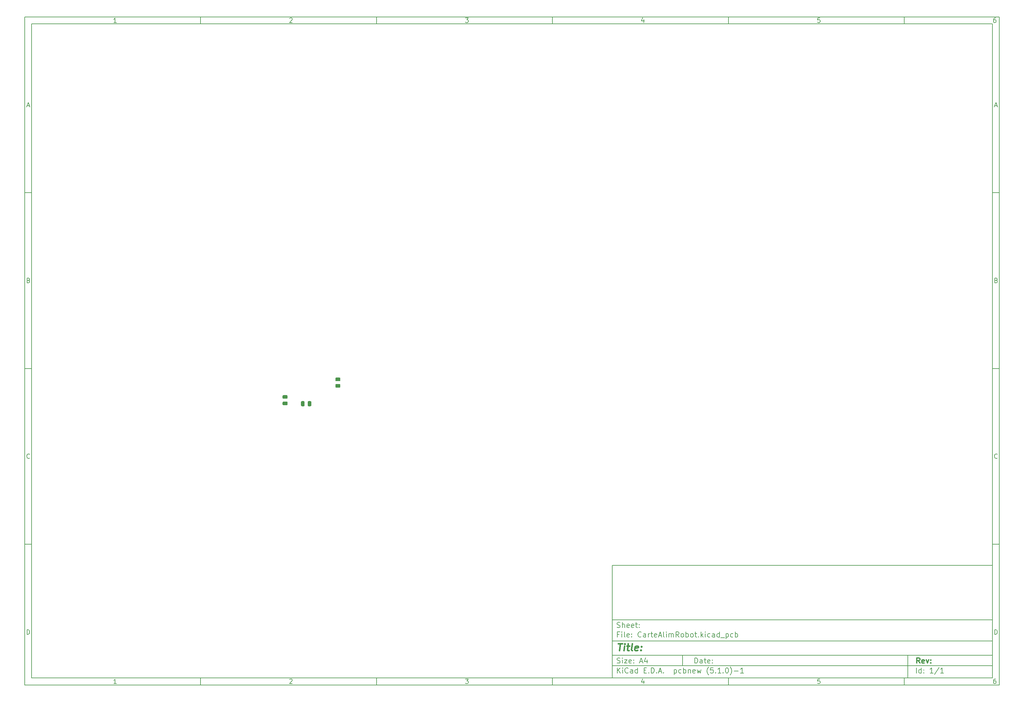
<source format=gtp>
G04 #@! TF.GenerationSoftware,KiCad,Pcbnew,(5.1.0)-1*
G04 #@! TF.CreationDate,2021-10-29T22:54:01+02:00*
G04 #@! TF.ProjectId,CarteAlimRobot,43617274-6541-46c6-996d-526f626f742e,rev?*
G04 #@! TF.SameCoordinates,Original*
G04 #@! TF.FileFunction,Paste,Top*
G04 #@! TF.FilePolarity,Positive*
%FSLAX46Y46*%
G04 Gerber Fmt 4.6, Leading zero omitted, Abs format (unit mm)*
G04 Created by KiCad (PCBNEW (5.1.0)-1) date 2021-10-29 22:54:01*
%MOMM*%
%LPD*%
G04 APERTURE LIST*
%ADD10C,0.100000*%
%ADD11C,0.150000*%
%ADD12C,0.300000*%
%ADD13C,0.400000*%
%ADD14C,1.000000*%
%ADD15C,1.025000*%
G04 APERTURE END LIST*
D10*
D11*
X177002200Y-166007200D02*
X177002200Y-198007200D01*
X285002200Y-198007200D01*
X285002200Y-166007200D01*
X177002200Y-166007200D01*
D10*
D11*
X10000000Y-10000000D02*
X10000000Y-200007200D01*
X287002200Y-200007200D01*
X287002200Y-10000000D01*
X10000000Y-10000000D01*
D10*
D11*
X12000000Y-12000000D02*
X12000000Y-198007200D01*
X285002200Y-198007200D01*
X285002200Y-12000000D01*
X12000000Y-12000000D01*
D10*
D11*
X60000000Y-12000000D02*
X60000000Y-10000000D01*
D10*
D11*
X110000000Y-12000000D02*
X110000000Y-10000000D01*
D10*
D11*
X160000000Y-12000000D02*
X160000000Y-10000000D01*
D10*
D11*
X210000000Y-12000000D02*
X210000000Y-10000000D01*
D10*
D11*
X260000000Y-12000000D02*
X260000000Y-10000000D01*
D10*
D11*
X36065476Y-11588095D02*
X35322619Y-11588095D01*
X35694047Y-11588095D02*
X35694047Y-10288095D01*
X35570238Y-10473809D01*
X35446428Y-10597619D01*
X35322619Y-10659523D01*
D10*
D11*
X85322619Y-10411904D02*
X85384523Y-10350000D01*
X85508333Y-10288095D01*
X85817857Y-10288095D01*
X85941666Y-10350000D01*
X86003571Y-10411904D01*
X86065476Y-10535714D01*
X86065476Y-10659523D01*
X86003571Y-10845238D01*
X85260714Y-11588095D01*
X86065476Y-11588095D01*
D10*
D11*
X135260714Y-10288095D02*
X136065476Y-10288095D01*
X135632142Y-10783333D01*
X135817857Y-10783333D01*
X135941666Y-10845238D01*
X136003571Y-10907142D01*
X136065476Y-11030952D01*
X136065476Y-11340476D01*
X136003571Y-11464285D01*
X135941666Y-11526190D01*
X135817857Y-11588095D01*
X135446428Y-11588095D01*
X135322619Y-11526190D01*
X135260714Y-11464285D01*
D10*
D11*
X185941666Y-10721428D02*
X185941666Y-11588095D01*
X185632142Y-10226190D02*
X185322619Y-11154761D01*
X186127380Y-11154761D01*
D10*
D11*
X236003571Y-10288095D02*
X235384523Y-10288095D01*
X235322619Y-10907142D01*
X235384523Y-10845238D01*
X235508333Y-10783333D01*
X235817857Y-10783333D01*
X235941666Y-10845238D01*
X236003571Y-10907142D01*
X236065476Y-11030952D01*
X236065476Y-11340476D01*
X236003571Y-11464285D01*
X235941666Y-11526190D01*
X235817857Y-11588095D01*
X235508333Y-11588095D01*
X235384523Y-11526190D01*
X235322619Y-11464285D01*
D10*
D11*
X285941666Y-10288095D02*
X285694047Y-10288095D01*
X285570238Y-10350000D01*
X285508333Y-10411904D01*
X285384523Y-10597619D01*
X285322619Y-10845238D01*
X285322619Y-11340476D01*
X285384523Y-11464285D01*
X285446428Y-11526190D01*
X285570238Y-11588095D01*
X285817857Y-11588095D01*
X285941666Y-11526190D01*
X286003571Y-11464285D01*
X286065476Y-11340476D01*
X286065476Y-11030952D01*
X286003571Y-10907142D01*
X285941666Y-10845238D01*
X285817857Y-10783333D01*
X285570238Y-10783333D01*
X285446428Y-10845238D01*
X285384523Y-10907142D01*
X285322619Y-11030952D01*
D10*
D11*
X60000000Y-198007200D02*
X60000000Y-200007200D01*
D10*
D11*
X110000000Y-198007200D02*
X110000000Y-200007200D01*
D10*
D11*
X160000000Y-198007200D02*
X160000000Y-200007200D01*
D10*
D11*
X210000000Y-198007200D02*
X210000000Y-200007200D01*
D10*
D11*
X260000000Y-198007200D02*
X260000000Y-200007200D01*
D10*
D11*
X36065476Y-199595295D02*
X35322619Y-199595295D01*
X35694047Y-199595295D02*
X35694047Y-198295295D01*
X35570238Y-198481009D01*
X35446428Y-198604819D01*
X35322619Y-198666723D01*
D10*
D11*
X85322619Y-198419104D02*
X85384523Y-198357200D01*
X85508333Y-198295295D01*
X85817857Y-198295295D01*
X85941666Y-198357200D01*
X86003571Y-198419104D01*
X86065476Y-198542914D01*
X86065476Y-198666723D01*
X86003571Y-198852438D01*
X85260714Y-199595295D01*
X86065476Y-199595295D01*
D10*
D11*
X135260714Y-198295295D02*
X136065476Y-198295295D01*
X135632142Y-198790533D01*
X135817857Y-198790533D01*
X135941666Y-198852438D01*
X136003571Y-198914342D01*
X136065476Y-199038152D01*
X136065476Y-199347676D01*
X136003571Y-199471485D01*
X135941666Y-199533390D01*
X135817857Y-199595295D01*
X135446428Y-199595295D01*
X135322619Y-199533390D01*
X135260714Y-199471485D01*
D10*
D11*
X185941666Y-198728628D02*
X185941666Y-199595295D01*
X185632142Y-198233390D02*
X185322619Y-199161961D01*
X186127380Y-199161961D01*
D10*
D11*
X236003571Y-198295295D02*
X235384523Y-198295295D01*
X235322619Y-198914342D01*
X235384523Y-198852438D01*
X235508333Y-198790533D01*
X235817857Y-198790533D01*
X235941666Y-198852438D01*
X236003571Y-198914342D01*
X236065476Y-199038152D01*
X236065476Y-199347676D01*
X236003571Y-199471485D01*
X235941666Y-199533390D01*
X235817857Y-199595295D01*
X235508333Y-199595295D01*
X235384523Y-199533390D01*
X235322619Y-199471485D01*
D10*
D11*
X285941666Y-198295295D02*
X285694047Y-198295295D01*
X285570238Y-198357200D01*
X285508333Y-198419104D01*
X285384523Y-198604819D01*
X285322619Y-198852438D01*
X285322619Y-199347676D01*
X285384523Y-199471485D01*
X285446428Y-199533390D01*
X285570238Y-199595295D01*
X285817857Y-199595295D01*
X285941666Y-199533390D01*
X286003571Y-199471485D01*
X286065476Y-199347676D01*
X286065476Y-199038152D01*
X286003571Y-198914342D01*
X285941666Y-198852438D01*
X285817857Y-198790533D01*
X285570238Y-198790533D01*
X285446428Y-198852438D01*
X285384523Y-198914342D01*
X285322619Y-199038152D01*
D10*
D11*
X10000000Y-60000000D02*
X12000000Y-60000000D01*
D10*
D11*
X10000000Y-110000000D02*
X12000000Y-110000000D01*
D10*
D11*
X10000000Y-160000000D02*
X12000000Y-160000000D01*
D10*
D11*
X10690476Y-35216666D02*
X11309523Y-35216666D01*
X10566666Y-35588095D02*
X11000000Y-34288095D01*
X11433333Y-35588095D01*
D10*
D11*
X11092857Y-84907142D02*
X11278571Y-84969047D01*
X11340476Y-85030952D01*
X11402380Y-85154761D01*
X11402380Y-85340476D01*
X11340476Y-85464285D01*
X11278571Y-85526190D01*
X11154761Y-85588095D01*
X10659523Y-85588095D01*
X10659523Y-84288095D01*
X11092857Y-84288095D01*
X11216666Y-84350000D01*
X11278571Y-84411904D01*
X11340476Y-84535714D01*
X11340476Y-84659523D01*
X11278571Y-84783333D01*
X11216666Y-84845238D01*
X11092857Y-84907142D01*
X10659523Y-84907142D01*
D10*
D11*
X11402380Y-135464285D02*
X11340476Y-135526190D01*
X11154761Y-135588095D01*
X11030952Y-135588095D01*
X10845238Y-135526190D01*
X10721428Y-135402380D01*
X10659523Y-135278571D01*
X10597619Y-135030952D01*
X10597619Y-134845238D01*
X10659523Y-134597619D01*
X10721428Y-134473809D01*
X10845238Y-134350000D01*
X11030952Y-134288095D01*
X11154761Y-134288095D01*
X11340476Y-134350000D01*
X11402380Y-134411904D01*
D10*
D11*
X10659523Y-185588095D02*
X10659523Y-184288095D01*
X10969047Y-184288095D01*
X11154761Y-184350000D01*
X11278571Y-184473809D01*
X11340476Y-184597619D01*
X11402380Y-184845238D01*
X11402380Y-185030952D01*
X11340476Y-185278571D01*
X11278571Y-185402380D01*
X11154761Y-185526190D01*
X10969047Y-185588095D01*
X10659523Y-185588095D01*
D10*
D11*
X287002200Y-60000000D02*
X285002200Y-60000000D01*
D10*
D11*
X287002200Y-110000000D02*
X285002200Y-110000000D01*
D10*
D11*
X287002200Y-160000000D02*
X285002200Y-160000000D01*
D10*
D11*
X285692676Y-35216666D02*
X286311723Y-35216666D01*
X285568866Y-35588095D02*
X286002200Y-34288095D01*
X286435533Y-35588095D01*
D10*
D11*
X286095057Y-84907142D02*
X286280771Y-84969047D01*
X286342676Y-85030952D01*
X286404580Y-85154761D01*
X286404580Y-85340476D01*
X286342676Y-85464285D01*
X286280771Y-85526190D01*
X286156961Y-85588095D01*
X285661723Y-85588095D01*
X285661723Y-84288095D01*
X286095057Y-84288095D01*
X286218866Y-84350000D01*
X286280771Y-84411904D01*
X286342676Y-84535714D01*
X286342676Y-84659523D01*
X286280771Y-84783333D01*
X286218866Y-84845238D01*
X286095057Y-84907142D01*
X285661723Y-84907142D01*
D10*
D11*
X286404580Y-135464285D02*
X286342676Y-135526190D01*
X286156961Y-135588095D01*
X286033152Y-135588095D01*
X285847438Y-135526190D01*
X285723628Y-135402380D01*
X285661723Y-135278571D01*
X285599819Y-135030952D01*
X285599819Y-134845238D01*
X285661723Y-134597619D01*
X285723628Y-134473809D01*
X285847438Y-134350000D01*
X286033152Y-134288095D01*
X286156961Y-134288095D01*
X286342676Y-134350000D01*
X286404580Y-134411904D01*
D10*
D11*
X285661723Y-185588095D02*
X285661723Y-184288095D01*
X285971247Y-184288095D01*
X286156961Y-184350000D01*
X286280771Y-184473809D01*
X286342676Y-184597619D01*
X286404580Y-184845238D01*
X286404580Y-185030952D01*
X286342676Y-185278571D01*
X286280771Y-185402380D01*
X286156961Y-185526190D01*
X285971247Y-185588095D01*
X285661723Y-185588095D01*
D10*
D11*
X200434342Y-193785771D02*
X200434342Y-192285771D01*
X200791485Y-192285771D01*
X201005771Y-192357200D01*
X201148628Y-192500057D01*
X201220057Y-192642914D01*
X201291485Y-192928628D01*
X201291485Y-193142914D01*
X201220057Y-193428628D01*
X201148628Y-193571485D01*
X201005771Y-193714342D01*
X200791485Y-193785771D01*
X200434342Y-193785771D01*
X202577200Y-193785771D02*
X202577200Y-193000057D01*
X202505771Y-192857200D01*
X202362914Y-192785771D01*
X202077200Y-192785771D01*
X201934342Y-192857200D01*
X202577200Y-193714342D02*
X202434342Y-193785771D01*
X202077200Y-193785771D01*
X201934342Y-193714342D01*
X201862914Y-193571485D01*
X201862914Y-193428628D01*
X201934342Y-193285771D01*
X202077200Y-193214342D01*
X202434342Y-193214342D01*
X202577200Y-193142914D01*
X203077200Y-192785771D02*
X203648628Y-192785771D01*
X203291485Y-192285771D02*
X203291485Y-193571485D01*
X203362914Y-193714342D01*
X203505771Y-193785771D01*
X203648628Y-193785771D01*
X204720057Y-193714342D02*
X204577200Y-193785771D01*
X204291485Y-193785771D01*
X204148628Y-193714342D01*
X204077200Y-193571485D01*
X204077200Y-193000057D01*
X204148628Y-192857200D01*
X204291485Y-192785771D01*
X204577200Y-192785771D01*
X204720057Y-192857200D01*
X204791485Y-193000057D01*
X204791485Y-193142914D01*
X204077200Y-193285771D01*
X205434342Y-193642914D02*
X205505771Y-193714342D01*
X205434342Y-193785771D01*
X205362914Y-193714342D01*
X205434342Y-193642914D01*
X205434342Y-193785771D01*
X205434342Y-192857200D02*
X205505771Y-192928628D01*
X205434342Y-193000057D01*
X205362914Y-192928628D01*
X205434342Y-192857200D01*
X205434342Y-193000057D01*
D10*
D11*
X177002200Y-194507200D02*
X285002200Y-194507200D01*
D10*
D11*
X178434342Y-196585771D02*
X178434342Y-195085771D01*
X179291485Y-196585771D02*
X178648628Y-195728628D01*
X179291485Y-195085771D02*
X178434342Y-195942914D01*
X179934342Y-196585771D02*
X179934342Y-195585771D01*
X179934342Y-195085771D02*
X179862914Y-195157200D01*
X179934342Y-195228628D01*
X180005771Y-195157200D01*
X179934342Y-195085771D01*
X179934342Y-195228628D01*
X181505771Y-196442914D02*
X181434342Y-196514342D01*
X181220057Y-196585771D01*
X181077200Y-196585771D01*
X180862914Y-196514342D01*
X180720057Y-196371485D01*
X180648628Y-196228628D01*
X180577200Y-195942914D01*
X180577200Y-195728628D01*
X180648628Y-195442914D01*
X180720057Y-195300057D01*
X180862914Y-195157200D01*
X181077200Y-195085771D01*
X181220057Y-195085771D01*
X181434342Y-195157200D01*
X181505771Y-195228628D01*
X182791485Y-196585771D02*
X182791485Y-195800057D01*
X182720057Y-195657200D01*
X182577200Y-195585771D01*
X182291485Y-195585771D01*
X182148628Y-195657200D01*
X182791485Y-196514342D02*
X182648628Y-196585771D01*
X182291485Y-196585771D01*
X182148628Y-196514342D01*
X182077200Y-196371485D01*
X182077200Y-196228628D01*
X182148628Y-196085771D01*
X182291485Y-196014342D01*
X182648628Y-196014342D01*
X182791485Y-195942914D01*
X184148628Y-196585771D02*
X184148628Y-195085771D01*
X184148628Y-196514342D02*
X184005771Y-196585771D01*
X183720057Y-196585771D01*
X183577200Y-196514342D01*
X183505771Y-196442914D01*
X183434342Y-196300057D01*
X183434342Y-195871485D01*
X183505771Y-195728628D01*
X183577200Y-195657200D01*
X183720057Y-195585771D01*
X184005771Y-195585771D01*
X184148628Y-195657200D01*
X186005771Y-195800057D02*
X186505771Y-195800057D01*
X186720057Y-196585771D02*
X186005771Y-196585771D01*
X186005771Y-195085771D01*
X186720057Y-195085771D01*
X187362914Y-196442914D02*
X187434342Y-196514342D01*
X187362914Y-196585771D01*
X187291485Y-196514342D01*
X187362914Y-196442914D01*
X187362914Y-196585771D01*
X188077200Y-196585771D02*
X188077200Y-195085771D01*
X188434342Y-195085771D01*
X188648628Y-195157200D01*
X188791485Y-195300057D01*
X188862914Y-195442914D01*
X188934342Y-195728628D01*
X188934342Y-195942914D01*
X188862914Y-196228628D01*
X188791485Y-196371485D01*
X188648628Y-196514342D01*
X188434342Y-196585771D01*
X188077200Y-196585771D01*
X189577200Y-196442914D02*
X189648628Y-196514342D01*
X189577200Y-196585771D01*
X189505771Y-196514342D01*
X189577200Y-196442914D01*
X189577200Y-196585771D01*
X190220057Y-196157200D02*
X190934342Y-196157200D01*
X190077200Y-196585771D02*
X190577200Y-195085771D01*
X191077200Y-196585771D01*
X191577200Y-196442914D02*
X191648628Y-196514342D01*
X191577200Y-196585771D01*
X191505771Y-196514342D01*
X191577200Y-196442914D01*
X191577200Y-196585771D01*
X194577200Y-195585771D02*
X194577200Y-197085771D01*
X194577200Y-195657200D02*
X194720057Y-195585771D01*
X195005771Y-195585771D01*
X195148628Y-195657200D01*
X195220057Y-195728628D01*
X195291485Y-195871485D01*
X195291485Y-196300057D01*
X195220057Y-196442914D01*
X195148628Y-196514342D01*
X195005771Y-196585771D01*
X194720057Y-196585771D01*
X194577200Y-196514342D01*
X196577200Y-196514342D02*
X196434342Y-196585771D01*
X196148628Y-196585771D01*
X196005771Y-196514342D01*
X195934342Y-196442914D01*
X195862914Y-196300057D01*
X195862914Y-195871485D01*
X195934342Y-195728628D01*
X196005771Y-195657200D01*
X196148628Y-195585771D01*
X196434342Y-195585771D01*
X196577200Y-195657200D01*
X197220057Y-196585771D02*
X197220057Y-195085771D01*
X197220057Y-195657200D02*
X197362914Y-195585771D01*
X197648628Y-195585771D01*
X197791485Y-195657200D01*
X197862914Y-195728628D01*
X197934342Y-195871485D01*
X197934342Y-196300057D01*
X197862914Y-196442914D01*
X197791485Y-196514342D01*
X197648628Y-196585771D01*
X197362914Y-196585771D01*
X197220057Y-196514342D01*
X198577200Y-195585771D02*
X198577200Y-196585771D01*
X198577200Y-195728628D02*
X198648628Y-195657200D01*
X198791485Y-195585771D01*
X199005771Y-195585771D01*
X199148628Y-195657200D01*
X199220057Y-195800057D01*
X199220057Y-196585771D01*
X200505771Y-196514342D02*
X200362914Y-196585771D01*
X200077200Y-196585771D01*
X199934342Y-196514342D01*
X199862914Y-196371485D01*
X199862914Y-195800057D01*
X199934342Y-195657200D01*
X200077200Y-195585771D01*
X200362914Y-195585771D01*
X200505771Y-195657200D01*
X200577200Y-195800057D01*
X200577200Y-195942914D01*
X199862914Y-196085771D01*
X201077200Y-195585771D02*
X201362914Y-196585771D01*
X201648628Y-195871485D01*
X201934342Y-196585771D01*
X202220057Y-195585771D01*
X204362914Y-197157200D02*
X204291485Y-197085771D01*
X204148628Y-196871485D01*
X204077200Y-196728628D01*
X204005771Y-196514342D01*
X203934342Y-196157200D01*
X203934342Y-195871485D01*
X204005771Y-195514342D01*
X204077200Y-195300057D01*
X204148628Y-195157200D01*
X204291485Y-194942914D01*
X204362914Y-194871485D01*
X205648628Y-195085771D02*
X204934342Y-195085771D01*
X204862914Y-195800057D01*
X204934342Y-195728628D01*
X205077200Y-195657200D01*
X205434342Y-195657200D01*
X205577200Y-195728628D01*
X205648628Y-195800057D01*
X205720057Y-195942914D01*
X205720057Y-196300057D01*
X205648628Y-196442914D01*
X205577200Y-196514342D01*
X205434342Y-196585771D01*
X205077200Y-196585771D01*
X204934342Y-196514342D01*
X204862914Y-196442914D01*
X206362914Y-196442914D02*
X206434342Y-196514342D01*
X206362914Y-196585771D01*
X206291485Y-196514342D01*
X206362914Y-196442914D01*
X206362914Y-196585771D01*
X207862914Y-196585771D02*
X207005771Y-196585771D01*
X207434342Y-196585771D02*
X207434342Y-195085771D01*
X207291485Y-195300057D01*
X207148628Y-195442914D01*
X207005771Y-195514342D01*
X208505771Y-196442914D02*
X208577200Y-196514342D01*
X208505771Y-196585771D01*
X208434342Y-196514342D01*
X208505771Y-196442914D01*
X208505771Y-196585771D01*
X209505771Y-195085771D02*
X209648628Y-195085771D01*
X209791485Y-195157200D01*
X209862914Y-195228628D01*
X209934342Y-195371485D01*
X210005771Y-195657200D01*
X210005771Y-196014342D01*
X209934342Y-196300057D01*
X209862914Y-196442914D01*
X209791485Y-196514342D01*
X209648628Y-196585771D01*
X209505771Y-196585771D01*
X209362914Y-196514342D01*
X209291485Y-196442914D01*
X209220057Y-196300057D01*
X209148628Y-196014342D01*
X209148628Y-195657200D01*
X209220057Y-195371485D01*
X209291485Y-195228628D01*
X209362914Y-195157200D01*
X209505771Y-195085771D01*
X210505771Y-197157200D02*
X210577200Y-197085771D01*
X210720057Y-196871485D01*
X210791485Y-196728628D01*
X210862914Y-196514342D01*
X210934342Y-196157200D01*
X210934342Y-195871485D01*
X210862914Y-195514342D01*
X210791485Y-195300057D01*
X210720057Y-195157200D01*
X210577200Y-194942914D01*
X210505771Y-194871485D01*
X211648628Y-196014342D02*
X212791485Y-196014342D01*
X214291485Y-196585771D02*
X213434342Y-196585771D01*
X213862914Y-196585771D02*
X213862914Y-195085771D01*
X213720057Y-195300057D01*
X213577200Y-195442914D01*
X213434342Y-195514342D01*
D10*
D11*
X177002200Y-191507200D02*
X285002200Y-191507200D01*
D10*
D12*
X264411485Y-193785771D02*
X263911485Y-193071485D01*
X263554342Y-193785771D02*
X263554342Y-192285771D01*
X264125771Y-192285771D01*
X264268628Y-192357200D01*
X264340057Y-192428628D01*
X264411485Y-192571485D01*
X264411485Y-192785771D01*
X264340057Y-192928628D01*
X264268628Y-193000057D01*
X264125771Y-193071485D01*
X263554342Y-193071485D01*
X265625771Y-193714342D02*
X265482914Y-193785771D01*
X265197200Y-193785771D01*
X265054342Y-193714342D01*
X264982914Y-193571485D01*
X264982914Y-193000057D01*
X265054342Y-192857200D01*
X265197200Y-192785771D01*
X265482914Y-192785771D01*
X265625771Y-192857200D01*
X265697200Y-193000057D01*
X265697200Y-193142914D01*
X264982914Y-193285771D01*
X266197200Y-192785771D02*
X266554342Y-193785771D01*
X266911485Y-192785771D01*
X267482914Y-193642914D02*
X267554342Y-193714342D01*
X267482914Y-193785771D01*
X267411485Y-193714342D01*
X267482914Y-193642914D01*
X267482914Y-193785771D01*
X267482914Y-192857200D02*
X267554342Y-192928628D01*
X267482914Y-193000057D01*
X267411485Y-192928628D01*
X267482914Y-192857200D01*
X267482914Y-193000057D01*
D10*
D11*
X178362914Y-193714342D02*
X178577200Y-193785771D01*
X178934342Y-193785771D01*
X179077200Y-193714342D01*
X179148628Y-193642914D01*
X179220057Y-193500057D01*
X179220057Y-193357200D01*
X179148628Y-193214342D01*
X179077200Y-193142914D01*
X178934342Y-193071485D01*
X178648628Y-193000057D01*
X178505771Y-192928628D01*
X178434342Y-192857200D01*
X178362914Y-192714342D01*
X178362914Y-192571485D01*
X178434342Y-192428628D01*
X178505771Y-192357200D01*
X178648628Y-192285771D01*
X179005771Y-192285771D01*
X179220057Y-192357200D01*
X179862914Y-193785771D02*
X179862914Y-192785771D01*
X179862914Y-192285771D02*
X179791485Y-192357200D01*
X179862914Y-192428628D01*
X179934342Y-192357200D01*
X179862914Y-192285771D01*
X179862914Y-192428628D01*
X180434342Y-192785771D02*
X181220057Y-192785771D01*
X180434342Y-193785771D01*
X181220057Y-193785771D01*
X182362914Y-193714342D02*
X182220057Y-193785771D01*
X181934342Y-193785771D01*
X181791485Y-193714342D01*
X181720057Y-193571485D01*
X181720057Y-193000057D01*
X181791485Y-192857200D01*
X181934342Y-192785771D01*
X182220057Y-192785771D01*
X182362914Y-192857200D01*
X182434342Y-193000057D01*
X182434342Y-193142914D01*
X181720057Y-193285771D01*
X183077200Y-193642914D02*
X183148628Y-193714342D01*
X183077200Y-193785771D01*
X183005771Y-193714342D01*
X183077200Y-193642914D01*
X183077200Y-193785771D01*
X183077200Y-192857200D02*
X183148628Y-192928628D01*
X183077200Y-193000057D01*
X183005771Y-192928628D01*
X183077200Y-192857200D01*
X183077200Y-193000057D01*
X184862914Y-193357200D02*
X185577200Y-193357200D01*
X184720057Y-193785771D02*
X185220057Y-192285771D01*
X185720057Y-193785771D01*
X186862914Y-192785771D02*
X186862914Y-193785771D01*
X186505771Y-192214342D02*
X186148628Y-193285771D01*
X187077200Y-193285771D01*
D10*
D11*
X263434342Y-196585771D02*
X263434342Y-195085771D01*
X264791485Y-196585771D02*
X264791485Y-195085771D01*
X264791485Y-196514342D02*
X264648628Y-196585771D01*
X264362914Y-196585771D01*
X264220057Y-196514342D01*
X264148628Y-196442914D01*
X264077200Y-196300057D01*
X264077200Y-195871485D01*
X264148628Y-195728628D01*
X264220057Y-195657200D01*
X264362914Y-195585771D01*
X264648628Y-195585771D01*
X264791485Y-195657200D01*
X265505771Y-196442914D02*
X265577200Y-196514342D01*
X265505771Y-196585771D01*
X265434342Y-196514342D01*
X265505771Y-196442914D01*
X265505771Y-196585771D01*
X265505771Y-195657200D02*
X265577200Y-195728628D01*
X265505771Y-195800057D01*
X265434342Y-195728628D01*
X265505771Y-195657200D01*
X265505771Y-195800057D01*
X268148628Y-196585771D02*
X267291485Y-196585771D01*
X267720057Y-196585771D02*
X267720057Y-195085771D01*
X267577200Y-195300057D01*
X267434342Y-195442914D01*
X267291485Y-195514342D01*
X269862914Y-195014342D02*
X268577200Y-196942914D01*
X271148628Y-196585771D02*
X270291485Y-196585771D01*
X270720057Y-196585771D02*
X270720057Y-195085771D01*
X270577200Y-195300057D01*
X270434342Y-195442914D01*
X270291485Y-195514342D01*
D10*
D11*
X177002200Y-187507200D02*
X285002200Y-187507200D01*
D10*
D13*
X178714580Y-188211961D02*
X179857438Y-188211961D01*
X179036009Y-190211961D02*
X179286009Y-188211961D01*
X180274104Y-190211961D02*
X180440771Y-188878628D01*
X180524104Y-188211961D02*
X180416961Y-188307200D01*
X180500295Y-188402438D01*
X180607438Y-188307200D01*
X180524104Y-188211961D01*
X180500295Y-188402438D01*
X181107438Y-188878628D02*
X181869342Y-188878628D01*
X181476485Y-188211961D02*
X181262200Y-189926247D01*
X181333628Y-190116723D01*
X181512200Y-190211961D01*
X181702676Y-190211961D01*
X182655057Y-190211961D02*
X182476485Y-190116723D01*
X182405057Y-189926247D01*
X182619342Y-188211961D01*
X184190771Y-190116723D02*
X183988390Y-190211961D01*
X183607438Y-190211961D01*
X183428866Y-190116723D01*
X183357438Y-189926247D01*
X183452676Y-189164342D01*
X183571723Y-188973866D01*
X183774104Y-188878628D01*
X184155057Y-188878628D01*
X184333628Y-188973866D01*
X184405057Y-189164342D01*
X184381247Y-189354819D01*
X183405057Y-189545295D01*
X185155057Y-190021485D02*
X185238390Y-190116723D01*
X185131247Y-190211961D01*
X185047914Y-190116723D01*
X185155057Y-190021485D01*
X185131247Y-190211961D01*
X185286009Y-188973866D02*
X185369342Y-189069104D01*
X185262200Y-189164342D01*
X185178866Y-189069104D01*
X185286009Y-188973866D01*
X185262200Y-189164342D01*
D10*
D11*
X178934342Y-185600057D02*
X178434342Y-185600057D01*
X178434342Y-186385771D02*
X178434342Y-184885771D01*
X179148628Y-184885771D01*
X179720057Y-186385771D02*
X179720057Y-185385771D01*
X179720057Y-184885771D02*
X179648628Y-184957200D01*
X179720057Y-185028628D01*
X179791485Y-184957200D01*
X179720057Y-184885771D01*
X179720057Y-185028628D01*
X180648628Y-186385771D02*
X180505771Y-186314342D01*
X180434342Y-186171485D01*
X180434342Y-184885771D01*
X181791485Y-186314342D02*
X181648628Y-186385771D01*
X181362914Y-186385771D01*
X181220057Y-186314342D01*
X181148628Y-186171485D01*
X181148628Y-185600057D01*
X181220057Y-185457200D01*
X181362914Y-185385771D01*
X181648628Y-185385771D01*
X181791485Y-185457200D01*
X181862914Y-185600057D01*
X181862914Y-185742914D01*
X181148628Y-185885771D01*
X182505771Y-186242914D02*
X182577200Y-186314342D01*
X182505771Y-186385771D01*
X182434342Y-186314342D01*
X182505771Y-186242914D01*
X182505771Y-186385771D01*
X182505771Y-185457200D02*
X182577200Y-185528628D01*
X182505771Y-185600057D01*
X182434342Y-185528628D01*
X182505771Y-185457200D01*
X182505771Y-185600057D01*
X185220057Y-186242914D02*
X185148628Y-186314342D01*
X184934342Y-186385771D01*
X184791485Y-186385771D01*
X184577200Y-186314342D01*
X184434342Y-186171485D01*
X184362914Y-186028628D01*
X184291485Y-185742914D01*
X184291485Y-185528628D01*
X184362914Y-185242914D01*
X184434342Y-185100057D01*
X184577200Y-184957200D01*
X184791485Y-184885771D01*
X184934342Y-184885771D01*
X185148628Y-184957200D01*
X185220057Y-185028628D01*
X186505771Y-186385771D02*
X186505771Y-185600057D01*
X186434342Y-185457200D01*
X186291485Y-185385771D01*
X186005771Y-185385771D01*
X185862914Y-185457200D01*
X186505771Y-186314342D02*
X186362914Y-186385771D01*
X186005771Y-186385771D01*
X185862914Y-186314342D01*
X185791485Y-186171485D01*
X185791485Y-186028628D01*
X185862914Y-185885771D01*
X186005771Y-185814342D01*
X186362914Y-185814342D01*
X186505771Y-185742914D01*
X187220057Y-186385771D02*
X187220057Y-185385771D01*
X187220057Y-185671485D02*
X187291485Y-185528628D01*
X187362914Y-185457200D01*
X187505771Y-185385771D01*
X187648628Y-185385771D01*
X187934342Y-185385771D02*
X188505771Y-185385771D01*
X188148628Y-184885771D02*
X188148628Y-186171485D01*
X188220057Y-186314342D01*
X188362914Y-186385771D01*
X188505771Y-186385771D01*
X189577200Y-186314342D02*
X189434342Y-186385771D01*
X189148628Y-186385771D01*
X189005771Y-186314342D01*
X188934342Y-186171485D01*
X188934342Y-185600057D01*
X189005771Y-185457200D01*
X189148628Y-185385771D01*
X189434342Y-185385771D01*
X189577200Y-185457200D01*
X189648628Y-185600057D01*
X189648628Y-185742914D01*
X188934342Y-185885771D01*
X190220057Y-185957200D02*
X190934342Y-185957200D01*
X190077200Y-186385771D02*
X190577200Y-184885771D01*
X191077200Y-186385771D01*
X191791485Y-186385771D02*
X191648628Y-186314342D01*
X191577200Y-186171485D01*
X191577200Y-184885771D01*
X192362914Y-186385771D02*
X192362914Y-185385771D01*
X192362914Y-184885771D02*
X192291485Y-184957200D01*
X192362914Y-185028628D01*
X192434342Y-184957200D01*
X192362914Y-184885771D01*
X192362914Y-185028628D01*
X193077200Y-186385771D02*
X193077200Y-185385771D01*
X193077200Y-185528628D02*
X193148628Y-185457200D01*
X193291485Y-185385771D01*
X193505771Y-185385771D01*
X193648628Y-185457200D01*
X193720057Y-185600057D01*
X193720057Y-186385771D01*
X193720057Y-185600057D02*
X193791485Y-185457200D01*
X193934342Y-185385771D01*
X194148628Y-185385771D01*
X194291485Y-185457200D01*
X194362914Y-185600057D01*
X194362914Y-186385771D01*
X195934342Y-186385771D02*
X195434342Y-185671485D01*
X195077200Y-186385771D02*
X195077200Y-184885771D01*
X195648628Y-184885771D01*
X195791485Y-184957200D01*
X195862914Y-185028628D01*
X195934342Y-185171485D01*
X195934342Y-185385771D01*
X195862914Y-185528628D01*
X195791485Y-185600057D01*
X195648628Y-185671485D01*
X195077200Y-185671485D01*
X196791485Y-186385771D02*
X196648628Y-186314342D01*
X196577200Y-186242914D01*
X196505771Y-186100057D01*
X196505771Y-185671485D01*
X196577200Y-185528628D01*
X196648628Y-185457200D01*
X196791485Y-185385771D01*
X197005771Y-185385771D01*
X197148628Y-185457200D01*
X197220057Y-185528628D01*
X197291485Y-185671485D01*
X197291485Y-186100057D01*
X197220057Y-186242914D01*
X197148628Y-186314342D01*
X197005771Y-186385771D01*
X196791485Y-186385771D01*
X197934342Y-186385771D02*
X197934342Y-184885771D01*
X197934342Y-185457200D02*
X198077200Y-185385771D01*
X198362914Y-185385771D01*
X198505771Y-185457200D01*
X198577200Y-185528628D01*
X198648628Y-185671485D01*
X198648628Y-186100057D01*
X198577200Y-186242914D01*
X198505771Y-186314342D01*
X198362914Y-186385771D01*
X198077200Y-186385771D01*
X197934342Y-186314342D01*
X199505771Y-186385771D02*
X199362914Y-186314342D01*
X199291485Y-186242914D01*
X199220057Y-186100057D01*
X199220057Y-185671485D01*
X199291485Y-185528628D01*
X199362914Y-185457200D01*
X199505771Y-185385771D01*
X199720057Y-185385771D01*
X199862914Y-185457200D01*
X199934342Y-185528628D01*
X200005771Y-185671485D01*
X200005771Y-186100057D01*
X199934342Y-186242914D01*
X199862914Y-186314342D01*
X199720057Y-186385771D01*
X199505771Y-186385771D01*
X200434342Y-185385771D02*
X201005771Y-185385771D01*
X200648628Y-184885771D02*
X200648628Y-186171485D01*
X200720057Y-186314342D01*
X200862914Y-186385771D01*
X201005771Y-186385771D01*
X201505771Y-186242914D02*
X201577200Y-186314342D01*
X201505771Y-186385771D01*
X201434342Y-186314342D01*
X201505771Y-186242914D01*
X201505771Y-186385771D01*
X202220057Y-186385771D02*
X202220057Y-184885771D01*
X202362914Y-185814342D02*
X202791485Y-186385771D01*
X202791485Y-185385771D02*
X202220057Y-185957200D01*
X203434342Y-186385771D02*
X203434342Y-185385771D01*
X203434342Y-184885771D02*
X203362914Y-184957200D01*
X203434342Y-185028628D01*
X203505771Y-184957200D01*
X203434342Y-184885771D01*
X203434342Y-185028628D01*
X204791485Y-186314342D02*
X204648628Y-186385771D01*
X204362914Y-186385771D01*
X204220057Y-186314342D01*
X204148628Y-186242914D01*
X204077200Y-186100057D01*
X204077200Y-185671485D01*
X204148628Y-185528628D01*
X204220057Y-185457200D01*
X204362914Y-185385771D01*
X204648628Y-185385771D01*
X204791485Y-185457200D01*
X206077200Y-186385771D02*
X206077200Y-185600057D01*
X206005771Y-185457200D01*
X205862914Y-185385771D01*
X205577200Y-185385771D01*
X205434342Y-185457200D01*
X206077200Y-186314342D02*
X205934342Y-186385771D01*
X205577200Y-186385771D01*
X205434342Y-186314342D01*
X205362914Y-186171485D01*
X205362914Y-186028628D01*
X205434342Y-185885771D01*
X205577200Y-185814342D01*
X205934342Y-185814342D01*
X206077200Y-185742914D01*
X207434342Y-186385771D02*
X207434342Y-184885771D01*
X207434342Y-186314342D02*
X207291485Y-186385771D01*
X207005771Y-186385771D01*
X206862914Y-186314342D01*
X206791485Y-186242914D01*
X206720057Y-186100057D01*
X206720057Y-185671485D01*
X206791485Y-185528628D01*
X206862914Y-185457200D01*
X207005771Y-185385771D01*
X207291485Y-185385771D01*
X207434342Y-185457200D01*
X207791485Y-186528628D02*
X208934342Y-186528628D01*
X209291485Y-185385771D02*
X209291485Y-186885771D01*
X209291485Y-185457200D02*
X209434342Y-185385771D01*
X209720057Y-185385771D01*
X209862914Y-185457200D01*
X209934342Y-185528628D01*
X210005771Y-185671485D01*
X210005771Y-186100057D01*
X209934342Y-186242914D01*
X209862914Y-186314342D01*
X209720057Y-186385771D01*
X209434342Y-186385771D01*
X209291485Y-186314342D01*
X211291485Y-186314342D02*
X211148628Y-186385771D01*
X210862914Y-186385771D01*
X210720057Y-186314342D01*
X210648628Y-186242914D01*
X210577200Y-186100057D01*
X210577200Y-185671485D01*
X210648628Y-185528628D01*
X210720057Y-185457200D01*
X210862914Y-185385771D01*
X211148628Y-185385771D01*
X211291485Y-185457200D01*
X211934342Y-186385771D02*
X211934342Y-184885771D01*
X211934342Y-185457200D02*
X212077200Y-185385771D01*
X212362914Y-185385771D01*
X212505771Y-185457200D01*
X212577200Y-185528628D01*
X212648628Y-185671485D01*
X212648628Y-186100057D01*
X212577200Y-186242914D01*
X212505771Y-186314342D01*
X212362914Y-186385771D01*
X212077200Y-186385771D01*
X211934342Y-186314342D01*
D10*
D11*
X177002200Y-181507200D02*
X285002200Y-181507200D01*
D10*
D11*
X178362914Y-183614342D02*
X178577200Y-183685771D01*
X178934342Y-183685771D01*
X179077200Y-183614342D01*
X179148628Y-183542914D01*
X179220057Y-183400057D01*
X179220057Y-183257200D01*
X179148628Y-183114342D01*
X179077200Y-183042914D01*
X178934342Y-182971485D01*
X178648628Y-182900057D01*
X178505771Y-182828628D01*
X178434342Y-182757200D01*
X178362914Y-182614342D01*
X178362914Y-182471485D01*
X178434342Y-182328628D01*
X178505771Y-182257200D01*
X178648628Y-182185771D01*
X179005771Y-182185771D01*
X179220057Y-182257200D01*
X179862914Y-183685771D02*
X179862914Y-182185771D01*
X180505771Y-183685771D02*
X180505771Y-182900057D01*
X180434342Y-182757200D01*
X180291485Y-182685771D01*
X180077200Y-182685771D01*
X179934342Y-182757200D01*
X179862914Y-182828628D01*
X181791485Y-183614342D02*
X181648628Y-183685771D01*
X181362914Y-183685771D01*
X181220057Y-183614342D01*
X181148628Y-183471485D01*
X181148628Y-182900057D01*
X181220057Y-182757200D01*
X181362914Y-182685771D01*
X181648628Y-182685771D01*
X181791485Y-182757200D01*
X181862914Y-182900057D01*
X181862914Y-183042914D01*
X181148628Y-183185771D01*
X183077200Y-183614342D02*
X182934342Y-183685771D01*
X182648628Y-183685771D01*
X182505771Y-183614342D01*
X182434342Y-183471485D01*
X182434342Y-182900057D01*
X182505771Y-182757200D01*
X182648628Y-182685771D01*
X182934342Y-182685771D01*
X183077200Y-182757200D01*
X183148628Y-182900057D01*
X183148628Y-183042914D01*
X182434342Y-183185771D01*
X183577200Y-182685771D02*
X184148628Y-182685771D01*
X183791485Y-182185771D02*
X183791485Y-183471485D01*
X183862914Y-183614342D01*
X184005771Y-183685771D01*
X184148628Y-183685771D01*
X184648628Y-183542914D02*
X184720057Y-183614342D01*
X184648628Y-183685771D01*
X184577200Y-183614342D01*
X184648628Y-183542914D01*
X184648628Y-183685771D01*
X184648628Y-182757200D02*
X184720057Y-182828628D01*
X184648628Y-182900057D01*
X184577200Y-182828628D01*
X184648628Y-182757200D01*
X184648628Y-182900057D01*
D10*
D11*
X197002200Y-191507200D02*
X197002200Y-194507200D01*
D10*
D11*
X261002200Y-191507200D02*
X261002200Y-198007200D01*
D10*
G36*
X91224504Y-119276204D02*
G01*
X91248773Y-119279804D01*
X91272571Y-119285765D01*
X91295671Y-119294030D01*
X91317849Y-119304520D01*
X91338893Y-119317133D01*
X91358598Y-119331747D01*
X91376777Y-119348223D01*
X91393253Y-119366402D01*
X91407867Y-119386107D01*
X91420480Y-119407151D01*
X91430970Y-119429329D01*
X91439235Y-119452429D01*
X91445196Y-119476227D01*
X91448796Y-119500496D01*
X91450000Y-119525000D01*
X91450000Y-120475000D01*
X91448796Y-120499504D01*
X91445196Y-120523773D01*
X91439235Y-120547571D01*
X91430970Y-120570671D01*
X91420480Y-120592849D01*
X91407867Y-120613893D01*
X91393253Y-120633598D01*
X91376777Y-120651777D01*
X91358598Y-120668253D01*
X91338893Y-120682867D01*
X91317849Y-120695480D01*
X91295671Y-120705970D01*
X91272571Y-120714235D01*
X91248773Y-120720196D01*
X91224504Y-120723796D01*
X91200000Y-120725000D01*
X90700000Y-120725000D01*
X90675496Y-120723796D01*
X90651227Y-120720196D01*
X90627429Y-120714235D01*
X90604329Y-120705970D01*
X90582151Y-120695480D01*
X90561107Y-120682867D01*
X90541402Y-120668253D01*
X90523223Y-120651777D01*
X90506747Y-120633598D01*
X90492133Y-120613893D01*
X90479520Y-120592849D01*
X90469030Y-120570671D01*
X90460765Y-120547571D01*
X90454804Y-120523773D01*
X90451204Y-120499504D01*
X90450000Y-120475000D01*
X90450000Y-119525000D01*
X90451204Y-119500496D01*
X90454804Y-119476227D01*
X90460765Y-119452429D01*
X90469030Y-119429329D01*
X90479520Y-119407151D01*
X90492133Y-119386107D01*
X90506747Y-119366402D01*
X90523223Y-119348223D01*
X90541402Y-119331747D01*
X90561107Y-119317133D01*
X90582151Y-119304520D01*
X90604329Y-119294030D01*
X90627429Y-119285765D01*
X90651227Y-119279804D01*
X90675496Y-119276204D01*
X90700000Y-119275000D01*
X91200000Y-119275000D01*
X91224504Y-119276204D01*
X91224504Y-119276204D01*
G37*
D14*
X90950000Y-120000000D03*
D10*
G36*
X89324504Y-119276204D02*
G01*
X89348773Y-119279804D01*
X89372571Y-119285765D01*
X89395671Y-119294030D01*
X89417849Y-119304520D01*
X89438893Y-119317133D01*
X89458598Y-119331747D01*
X89476777Y-119348223D01*
X89493253Y-119366402D01*
X89507867Y-119386107D01*
X89520480Y-119407151D01*
X89530970Y-119429329D01*
X89539235Y-119452429D01*
X89545196Y-119476227D01*
X89548796Y-119500496D01*
X89550000Y-119525000D01*
X89550000Y-120475000D01*
X89548796Y-120499504D01*
X89545196Y-120523773D01*
X89539235Y-120547571D01*
X89530970Y-120570671D01*
X89520480Y-120592849D01*
X89507867Y-120613893D01*
X89493253Y-120633598D01*
X89476777Y-120651777D01*
X89458598Y-120668253D01*
X89438893Y-120682867D01*
X89417849Y-120695480D01*
X89395671Y-120705970D01*
X89372571Y-120714235D01*
X89348773Y-120720196D01*
X89324504Y-120723796D01*
X89300000Y-120725000D01*
X88800000Y-120725000D01*
X88775496Y-120723796D01*
X88751227Y-120720196D01*
X88727429Y-120714235D01*
X88704329Y-120705970D01*
X88682151Y-120695480D01*
X88661107Y-120682867D01*
X88641402Y-120668253D01*
X88623223Y-120651777D01*
X88606747Y-120633598D01*
X88592133Y-120613893D01*
X88579520Y-120592849D01*
X88569030Y-120570671D01*
X88560765Y-120547571D01*
X88554804Y-120523773D01*
X88551204Y-120499504D01*
X88550000Y-120475000D01*
X88550000Y-119525000D01*
X88551204Y-119500496D01*
X88554804Y-119476227D01*
X88560765Y-119452429D01*
X88569030Y-119429329D01*
X88579520Y-119407151D01*
X88592133Y-119386107D01*
X88606747Y-119366402D01*
X88623223Y-119348223D01*
X88641402Y-119331747D01*
X88661107Y-119317133D01*
X88682151Y-119304520D01*
X88704329Y-119294030D01*
X88727429Y-119285765D01*
X88751227Y-119279804D01*
X88775496Y-119276204D01*
X88800000Y-119275000D01*
X89300000Y-119275000D01*
X89324504Y-119276204D01*
X89324504Y-119276204D01*
G37*
D14*
X89050000Y-120000000D03*
D10*
G36*
X99474505Y-112576204D02*
G01*
X99498773Y-112579804D01*
X99522572Y-112585765D01*
X99545671Y-112594030D01*
X99567850Y-112604520D01*
X99588893Y-112617132D01*
X99608599Y-112631747D01*
X99626777Y-112648223D01*
X99643253Y-112666401D01*
X99657868Y-112686107D01*
X99670480Y-112707150D01*
X99680970Y-112729329D01*
X99689235Y-112752428D01*
X99695196Y-112776227D01*
X99698796Y-112800495D01*
X99700000Y-112824999D01*
X99700000Y-113350001D01*
X99698796Y-113374505D01*
X99695196Y-113398773D01*
X99689235Y-113422572D01*
X99680970Y-113445671D01*
X99670480Y-113467850D01*
X99657868Y-113488893D01*
X99643253Y-113508599D01*
X99626777Y-113526777D01*
X99608599Y-113543253D01*
X99588893Y-113557868D01*
X99567850Y-113570480D01*
X99545671Y-113580970D01*
X99522572Y-113589235D01*
X99498773Y-113595196D01*
X99474505Y-113598796D01*
X99450001Y-113600000D01*
X98549999Y-113600000D01*
X98525495Y-113598796D01*
X98501227Y-113595196D01*
X98477428Y-113589235D01*
X98454329Y-113580970D01*
X98432150Y-113570480D01*
X98411107Y-113557868D01*
X98391401Y-113543253D01*
X98373223Y-113526777D01*
X98356747Y-113508599D01*
X98342132Y-113488893D01*
X98329520Y-113467850D01*
X98319030Y-113445671D01*
X98310765Y-113422572D01*
X98304804Y-113398773D01*
X98301204Y-113374505D01*
X98300000Y-113350001D01*
X98300000Y-112824999D01*
X98301204Y-112800495D01*
X98304804Y-112776227D01*
X98310765Y-112752428D01*
X98319030Y-112729329D01*
X98329520Y-112707150D01*
X98342132Y-112686107D01*
X98356747Y-112666401D01*
X98373223Y-112648223D01*
X98391401Y-112631747D01*
X98411107Y-112617132D01*
X98432150Y-112604520D01*
X98454329Y-112594030D01*
X98477428Y-112585765D01*
X98501227Y-112579804D01*
X98525495Y-112576204D01*
X98549999Y-112575000D01*
X99450001Y-112575000D01*
X99474505Y-112576204D01*
X99474505Y-112576204D01*
G37*
D15*
X99000000Y-113087500D03*
D10*
G36*
X99474505Y-114401204D02*
G01*
X99498773Y-114404804D01*
X99522572Y-114410765D01*
X99545671Y-114419030D01*
X99567850Y-114429520D01*
X99588893Y-114442132D01*
X99608599Y-114456747D01*
X99626777Y-114473223D01*
X99643253Y-114491401D01*
X99657868Y-114511107D01*
X99670480Y-114532150D01*
X99680970Y-114554329D01*
X99689235Y-114577428D01*
X99695196Y-114601227D01*
X99698796Y-114625495D01*
X99700000Y-114649999D01*
X99700000Y-115175001D01*
X99698796Y-115199505D01*
X99695196Y-115223773D01*
X99689235Y-115247572D01*
X99680970Y-115270671D01*
X99670480Y-115292850D01*
X99657868Y-115313893D01*
X99643253Y-115333599D01*
X99626777Y-115351777D01*
X99608599Y-115368253D01*
X99588893Y-115382868D01*
X99567850Y-115395480D01*
X99545671Y-115405970D01*
X99522572Y-115414235D01*
X99498773Y-115420196D01*
X99474505Y-115423796D01*
X99450001Y-115425000D01*
X98549999Y-115425000D01*
X98525495Y-115423796D01*
X98501227Y-115420196D01*
X98477428Y-115414235D01*
X98454329Y-115405970D01*
X98432150Y-115395480D01*
X98411107Y-115382868D01*
X98391401Y-115368253D01*
X98373223Y-115351777D01*
X98356747Y-115333599D01*
X98342132Y-115313893D01*
X98329520Y-115292850D01*
X98319030Y-115270671D01*
X98310765Y-115247572D01*
X98304804Y-115223773D01*
X98301204Y-115199505D01*
X98300000Y-115175001D01*
X98300000Y-114649999D01*
X98301204Y-114625495D01*
X98304804Y-114601227D01*
X98310765Y-114577428D01*
X98319030Y-114554329D01*
X98329520Y-114532150D01*
X98342132Y-114511107D01*
X98356747Y-114491401D01*
X98373223Y-114473223D01*
X98391401Y-114456747D01*
X98411107Y-114442132D01*
X98432150Y-114429520D01*
X98454329Y-114419030D01*
X98477428Y-114410765D01*
X98501227Y-114404804D01*
X98525495Y-114401204D01*
X98549999Y-114400000D01*
X99450001Y-114400000D01*
X99474505Y-114401204D01*
X99474505Y-114401204D01*
G37*
D15*
X99000000Y-114912500D03*
D10*
G36*
X84474505Y-119401204D02*
G01*
X84498773Y-119404804D01*
X84522572Y-119410765D01*
X84545671Y-119419030D01*
X84567850Y-119429520D01*
X84588893Y-119442132D01*
X84608599Y-119456747D01*
X84626777Y-119473223D01*
X84643253Y-119491401D01*
X84657868Y-119511107D01*
X84670480Y-119532150D01*
X84680970Y-119554329D01*
X84689235Y-119577428D01*
X84695196Y-119601227D01*
X84698796Y-119625495D01*
X84700000Y-119649999D01*
X84700000Y-120175001D01*
X84698796Y-120199505D01*
X84695196Y-120223773D01*
X84689235Y-120247572D01*
X84680970Y-120270671D01*
X84670480Y-120292850D01*
X84657868Y-120313893D01*
X84643253Y-120333599D01*
X84626777Y-120351777D01*
X84608599Y-120368253D01*
X84588893Y-120382868D01*
X84567850Y-120395480D01*
X84545671Y-120405970D01*
X84522572Y-120414235D01*
X84498773Y-120420196D01*
X84474505Y-120423796D01*
X84450001Y-120425000D01*
X83549999Y-120425000D01*
X83525495Y-120423796D01*
X83501227Y-120420196D01*
X83477428Y-120414235D01*
X83454329Y-120405970D01*
X83432150Y-120395480D01*
X83411107Y-120382868D01*
X83391401Y-120368253D01*
X83373223Y-120351777D01*
X83356747Y-120333599D01*
X83342132Y-120313893D01*
X83329520Y-120292850D01*
X83319030Y-120270671D01*
X83310765Y-120247572D01*
X83304804Y-120223773D01*
X83301204Y-120199505D01*
X83300000Y-120175001D01*
X83300000Y-119649999D01*
X83301204Y-119625495D01*
X83304804Y-119601227D01*
X83310765Y-119577428D01*
X83319030Y-119554329D01*
X83329520Y-119532150D01*
X83342132Y-119511107D01*
X83356747Y-119491401D01*
X83373223Y-119473223D01*
X83391401Y-119456747D01*
X83411107Y-119442132D01*
X83432150Y-119429520D01*
X83454329Y-119419030D01*
X83477428Y-119410765D01*
X83501227Y-119404804D01*
X83525495Y-119401204D01*
X83549999Y-119400000D01*
X84450001Y-119400000D01*
X84474505Y-119401204D01*
X84474505Y-119401204D01*
G37*
D15*
X84000000Y-119912500D03*
D10*
G36*
X84474505Y-117576204D02*
G01*
X84498773Y-117579804D01*
X84522572Y-117585765D01*
X84545671Y-117594030D01*
X84567850Y-117604520D01*
X84588893Y-117617132D01*
X84608599Y-117631747D01*
X84626777Y-117648223D01*
X84643253Y-117666401D01*
X84657868Y-117686107D01*
X84670480Y-117707150D01*
X84680970Y-117729329D01*
X84689235Y-117752428D01*
X84695196Y-117776227D01*
X84698796Y-117800495D01*
X84700000Y-117824999D01*
X84700000Y-118350001D01*
X84698796Y-118374505D01*
X84695196Y-118398773D01*
X84689235Y-118422572D01*
X84680970Y-118445671D01*
X84670480Y-118467850D01*
X84657868Y-118488893D01*
X84643253Y-118508599D01*
X84626777Y-118526777D01*
X84608599Y-118543253D01*
X84588893Y-118557868D01*
X84567850Y-118570480D01*
X84545671Y-118580970D01*
X84522572Y-118589235D01*
X84498773Y-118595196D01*
X84474505Y-118598796D01*
X84450001Y-118600000D01*
X83549999Y-118600000D01*
X83525495Y-118598796D01*
X83501227Y-118595196D01*
X83477428Y-118589235D01*
X83454329Y-118580970D01*
X83432150Y-118570480D01*
X83411107Y-118557868D01*
X83391401Y-118543253D01*
X83373223Y-118526777D01*
X83356747Y-118508599D01*
X83342132Y-118488893D01*
X83329520Y-118467850D01*
X83319030Y-118445671D01*
X83310765Y-118422572D01*
X83304804Y-118398773D01*
X83301204Y-118374505D01*
X83300000Y-118350001D01*
X83300000Y-117824999D01*
X83301204Y-117800495D01*
X83304804Y-117776227D01*
X83310765Y-117752428D01*
X83319030Y-117729329D01*
X83329520Y-117707150D01*
X83342132Y-117686107D01*
X83356747Y-117666401D01*
X83373223Y-117648223D01*
X83391401Y-117631747D01*
X83411107Y-117617132D01*
X83432150Y-117604520D01*
X83454329Y-117594030D01*
X83477428Y-117585765D01*
X83501227Y-117579804D01*
X83525495Y-117576204D01*
X83549999Y-117575000D01*
X84450001Y-117575000D01*
X84474505Y-117576204D01*
X84474505Y-117576204D01*
G37*
D15*
X84000000Y-118087500D03*
M02*

</source>
